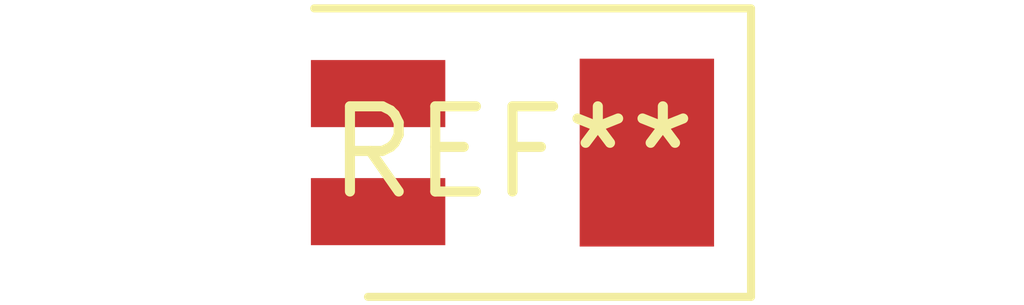
<source format=kicad_pcb>
(kicad_pcb (version 20240108) (generator pcbnew)
  (layers (0 "F.Cu" signal) (31 "B.Cu" signal) (34 "B.Paste" user) (35 "F.Paste" user) (36 "B.SilkS" user "B.Silkscreen") (37 "F.SilkS" user "F.Silkscreen") (38 "B.Mask" user) (39 "F.Mask" user) (44 "Edge.Cuts" user))
  (net 0 "")
  (footprint "D_SMB_Modified" (layer "F.Cu") (at 0 0)
    (property "Reference" "REF**")
    (property "Value" "D_SMB_Modified")
    (fp_line (start 3.55 -2.15) (end -2.95 -2.15) (layer "F.SilkS") (stroke (width 0.12)))
    (fp_line (start 3.55 -2.15) (end 3.55 2.15) (layer "F.SilkS") (stroke (width 0.12)))
    (fp_line (start 3.55 2.15) (end -2.15 2.15) (layer "F.SilkS") (stroke (width 0.12)))
    (pad "1" smd rect (at -2 -0.88) (size 2 1) (layers "F.Cu" "F.Paste" "F.Mask"))
    (pad "2" smd rect (at 2 0) (size 2 2.8) (layers "F.Cu" "F.Paste" "F.Mask"))
    (pad "3" smd rect (at -2 0.88) (size 2 1) (layers "F.Cu" "F.Paste" "F.Mask"))
  )
)
</source>
